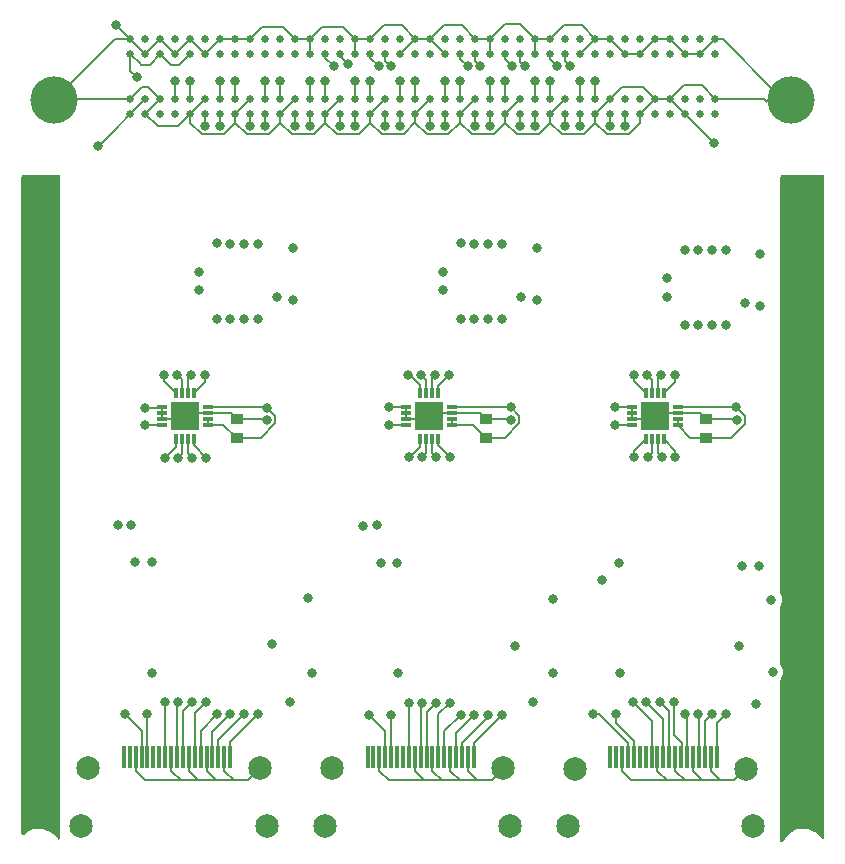
<source format=gbr>
G04 #@! TF.GenerationSoftware,KiCad,Pcbnew,(6.0.4-0)*
G04 #@! TF.CreationDate,2022-07-08T14:42:31+02:00*
G04 #@! TF.ProjectId,adapter_hybrid_assistor_hpc_3HDMI,61646170-7465-4725-9f68-79627269645f,rev?*
G04 #@! TF.SameCoordinates,Original*
G04 #@! TF.FileFunction,Copper,L1,Top*
G04 #@! TF.FilePolarity,Positive*
%FSLAX46Y46*%
G04 Gerber Fmt 4.6, Leading zero omitted, Abs format (unit mm)*
G04 Created by KiCad (PCBNEW (6.0.4-0)) date 2022-07-08 14:42:31*
%MOMM*%
%LPD*%
G01*
G04 APERTURE LIST*
G04 #@! TA.AperFunction,SMDPad,CuDef*
%ADD10R,1.000000X0.950000*%
G04 #@! TD*
G04 #@! TA.AperFunction,ComponentPad*
%ADD11C,4.000000*%
G04 #@! TD*
G04 #@! TA.AperFunction,SMDPad,CuDef*
%ADD12C,0.640000*%
G04 #@! TD*
G04 #@! TA.AperFunction,SMDPad,CuDef*
%ADD13R,0.300000X1.900000*%
G04 #@! TD*
G04 #@! TA.AperFunction,ComponentPad*
%ADD14C,1.995000*%
G04 #@! TD*
G04 #@! TA.AperFunction,SMDPad,CuDef*
%ADD15R,0.300000X0.850000*%
G04 #@! TD*
G04 #@! TA.AperFunction,SMDPad,CuDef*
%ADD16R,0.850000X0.300000*%
G04 #@! TD*
G04 #@! TA.AperFunction,SMDPad,CuDef*
%ADD17R,2.400000X2.400000*%
G04 #@! TD*
G04 #@! TA.AperFunction,ViaPad*
%ADD18C,0.800000*%
G04 #@! TD*
G04 #@! TA.AperFunction,Conductor*
%ADD19C,0.200000*%
G04 #@! TD*
G04 APERTURE END LIST*
D10*
X118740000Y-139080000D03*
X118740000Y-137480000D03*
X158450000Y-139030000D03*
X158450000Y-137430000D03*
D11*
X165683000Y-110458000D03*
D12*
X159263000Y-105288000D03*
X157993000Y-105288000D03*
X156723000Y-105288000D03*
X155443000Y-105288000D03*
X154173000Y-105288000D03*
X152903000Y-105288000D03*
X151633000Y-105288000D03*
X150373000Y-105288000D03*
X149103000Y-105288000D03*
X147833000Y-105288000D03*
X146553000Y-105288000D03*
X145283000Y-105288000D03*
X144023000Y-105288000D03*
X142753000Y-105288000D03*
X141483000Y-105288000D03*
X140203000Y-105288000D03*
X138943000Y-105288000D03*
X137663000Y-105288000D03*
X136403000Y-105288000D03*
X135133000Y-105288000D03*
X133853000Y-105288000D03*
X132583000Y-105288000D03*
X131323000Y-105288000D03*
X130043000Y-105288000D03*
X128783000Y-105288000D03*
X127503000Y-105288000D03*
X126233000Y-105288000D03*
X124963000Y-105288000D03*
X123703000Y-105288000D03*
X122433000Y-105288000D03*
X121153000Y-105288000D03*
X119883000Y-105288000D03*
X118613000Y-105288000D03*
X117353000Y-105288000D03*
X116083000Y-105288000D03*
X114813000Y-105288000D03*
X113543000Y-105288000D03*
X112263000Y-105288000D03*
X110993000Y-105288000D03*
X109723000Y-105288000D03*
X159263000Y-106548000D03*
X157993000Y-106548000D03*
X156723000Y-106548000D03*
X155443000Y-106548000D03*
X154173000Y-106548000D03*
X152903000Y-106548000D03*
X151633000Y-106548000D03*
X150373000Y-106548000D03*
X149103000Y-106548000D03*
X147833000Y-106548000D03*
X146553000Y-106548000D03*
X145283000Y-106548000D03*
X144023000Y-106548000D03*
X142753000Y-106548000D03*
X141483000Y-106548000D03*
X140203000Y-106548000D03*
X138943000Y-106548000D03*
X137663000Y-106548000D03*
X136403000Y-106548000D03*
X135133000Y-106548000D03*
X133873000Y-106548000D03*
X132583000Y-106548000D03*
X131323000Y-106548000D03*
X130043000Y-106548000D03*
X128783000Y-106548000D03*
X127503000Y-106548000D03*
X126233000Y-106548000D03*
X124963000Y-106548000D03*
X123703000Y-106548000D03*
X122433000Y-106548000D03*
X121153000Y-106548000D03*
X119883000Y-106548000D03*
X118613000Y-106548000D03*
X117353000Y-106548000D03*
X116083000Y-106548000D03*
X114813000Y-106548000D03*
X113543000Y-106548000D03*
X112263000Y-106548000D03*
X110993000Y-106548000D03*
X109723000Y-106548000D03*
X159263000Y-110368000D03*
X157993000Y-110368000D03*
X156723000Y-110368000D03*
X155443000Y-110368000D03*
X154173000Y-110368000D03*
X152903000Y-110368000D03*
X151633000Y-110368000D03*
X150373000Y-110368000D03*
X149103000Y-110368000D03*
X147833000Y-110368000D03*
X146553000Y-110368000D03*
X145283000Y-110368000D03*
X144023000Y-110368000D03*
X142753000Y-110368000D03*
X141483000Y-110368000D03*
X140203000Y-110368000D03*
X138943000Y-110368000D03*
X137663000Y-110368000D03*
X136403000Y-110368000D03*
X135133000Y-110368000D03*
X133853000Y-110368000D03*
X132583000Y-110368000D03*
X131323000Y-110368000D03*
X130043000Y-110368000D03*
X128783000Y-110368000D03*
X127503000Y-110368000D03*
X126233000Y-110368000D03*
X124963000Y-110368000D03*
X123703000Y-110368000D03*
X122433000Y-110368000D03*
X121153000Y-110368000D03*
X119883000Y-110368000D03*
X118613000Y-110368000D03*
X117353000Y-110368000D03*
X116083000Y-110368000D03*
X114813000Y-110368000D03*
X113543000Y-110368000D03*
X112263000Y-110368000D03*
X110993000Y-110368000D03*
X109723000Y-110368000D03*
D11*
X103303000Y-110458000D03*
D12*
X159263000Y-111628000D03*
X157993000Y-111628000D03*
X156723000Y-111628000D03*
X155443000Y-111628000D03*
X154173000Y-111628000D03*
X152903000Y-111628000D03*
X151633000Y-111628000D03*
X150373000Y-111628000D03*
X149103000Y-111628000D03*
X147833000Y-111628000D03*
X146553000Y-111628000D03*
X145283000Y-111628000D03*
X144023000Y-111628000D03*
X142753000Y-111628000D03*
X141483000Y-111628000D03*
X140203000Y-111628000D03*
X138943000Y-111628000D03*
X137663000Y-111628000D03*
X136403000Y-111628000D03*
X135133000Y-111628000D03*
X133873000Y-111628000D03*
X132583000Y-111628000D03*
X131323000Y-111628000D03*
X130043000Y-111628000D03*
X128783000Y-111628000D03*
X127503000Y-111628000D03*
X126233000Y-111628000D03*
X124963000Y-111628000D03*
X123703000Y-111628000D03*
X122433000Y-111628000D03*
X121153000Y-111628000D03*
X119883000Y-111628000D03*
X118613000Y-111628000D03*
X117353000Y-111628000D03*
X116083000Y-111628000D03*
X114813000Y-111628000D03*
X113543000Y-111628000D03*
X112263000Y-111628000D03*
X110993000Y-111628000D03*
X109723000Y-111628000D03*
D13*
X118189000Y-166050000D03*
X117689000Y-166050000D03*
X117189000Y-166050000D03*
X116689000Y-166050000D03*
X116189000Y-166050000D03*
X115689000Y-166050000D03*
X115189000Y-166050000D03*
X114689000Y-166050000D03*
X114189000Y-166050000D03*
X113689000Y-166050000D03*
X113189000Y-166050000D03*
X112689000Y-166050000D03*
X112189000Y-166050000D03*
X111689000Y-166050000D03*
X111189000Y-166050000D03*
X110689000Y-166050000D03*
X110189000Y-166050000D03*
X109689000Y-166050000D03*
X109189000Y-166050000D03*
D14*
X106189000Y-167050000D03*
X120689000Y-167050000D03*
X105589000Y-171950000D03*
X121289000Y-171950000D03*
D15*
X115090000Y-135260000D03*
X114590000Y-135260000D03*
X114090000Y-135260000D03*
X113590000Y-135260000D03*
D16*
X112390000Y-136460000D03*
X112390000Y-136960000D03*
X112390000Y-137460000D03*
X112390000Y-137960000D03*
D15*
X113590000Y-139160000D03*
X114090000Y-139160000D03*
X114590000Y-139160000D03*
X115090000Y-139160000D03*
D16*
X116290000Y-137960000D03*
X116290000Y-137460000D03*
X116290000Y-136960000D03*
X116290000Y-136460000D03*
D17*
X114340000Y-137210000D03*
D15*
X154900000Y-135270000D03*
X154400000Y-135270000D03*
X153900000Y-135270000D03*
X153400000Y-135270000D03*
D16*
X152200000Y-136470000D03*
X152200000Y-136970000D03*
X152200000Y-137470000D03*
X152200000Y-137970000D03*
D15*
X153400000Y-139170000D03*
X153900000Y-139170000D03*
X154400000Y-139170000D03*
X154900000Y-139170000D03*
D16*
X156100000Y-137970000D03*
X156100000Y-137470000D03*
X156100000Y-136970000D03*
X156100000Y-136470000D03*
D17*
X154150000Y-137220000D03*
D15*
X135770000Y-135270000D03*
X135270000Y-135270000D03*
X134770000Y-135270000D03*
X134270000Y-135270000D03*
D16*
X133070000Y-136470000D03*
X133070000Y-136970000D03*
X133070000Y-137470000D03*
X133070000Y-137970000D03*
D15*
X134270000Y-139170000D03*
X134770000Y-139170000D03*
X135270000Y-139170000D03*
X135770000Y-139170000D03*
D16*
X136970000Y-137970000D03*
X136970000Y-137470000D03*
X136970000Y-136970000D03*
X136970000Y-136470000D03*
D17*
X135020000Y-137220000D03*
D10*
X139830000Y-139030000D03*
X139830000Y-137430000D03*
D13*
X159369000Y-166060000D03*
X158869000Y-166060000D03*
X158369000Y-166060000D03*
X157869000Y-166060000D03*
X157369000Y-166060000D03*
X156869000Y-166060000D03*
X156369000Y-166060000D03*
X155869000Y-166060000D03*
X155369000Y-166060000D03*
X154869000Y-166060000D03*
X154369000Y-166060000D03*
X153869000Y-166060000D03*
X153369000Y-166060000D03*
X152869000Y-166060000D03*
X152369000Y-166060000D03*
X151869000Y-166060000D03*
X151369000Y-166060000D03*
X150869000Y-166060000D03*
X150369000Y-166060000D03*
D14*
X147369000Y-167060000D03*
X161869000Y-167060000D03*
X146769000Y-171960000D03*
X162469000Y-171960000D03*
D13*
X138819000Y-166050000D03*
X138319000Y-166050000D03*
X137819000Y-166050000D03*
X137319000Y-166050000D03*
X136819000Y-166050000D03*
X136319000Y-166050000D03*
X135819000Y-166050000D03*
X135319000Y-166050000D03*
X134819000Y-166050000D03*
X134319000Y-166050000D03*
X133819000Y-166050000D03*
X133319000Y-166050000D03*
X132819000Y-166050000D03*
X132319000Y-166050000D03*
X131819000Y-166050000D03*
X131319000Y-166050000D03*
X130819000Y-166050000D03*
X130319000Y-166050000D03*
X129819000Y-166050000D03*
D14*
X126819000Y-167050000D03*
X141319000Y-167050000D03*
X126219000Y-171950000D03*
X141919000Y-171950000D03*
D18*
X164120000Y-158870000D03*
X107030000Y-114310000D03*
X132370000Y-158974000D03*
X145510000Y-158974000D03*
X151170000Y-158974000D03*
X111580000Y-158974000D03*
X125146000Y-158974000D03*
X166040000Y-151100000D03*
X166040000Y-138400000D03*
X115550000Y-126570000D03*
X163090000Y-127880000D03*
X102540000Y-118080000D03*
X102540000Y-125700000D03*
X161090000Y-137530000D03*
X131670000Y-136470000D03*
X143800000Y-161460000D03*
X102540000Y-163800000D03*
X155150000Y-127090000D03*
X162680000Y-161630000D03*
X123490000Y-127360000D03*
X132330000Y-149630000D03*
X150790000Y-136470000D03*
X111540000Y-149560000D03*
X121320000Y-137550000D03*
X102540000Y-151100000D03*
X166040000Y-163800000D03*
X123220000Y-161420000D03*
X108509000Y-104110000D03*
X102540000Y-138400000D03*
X136200000Y-126570000D03*
X166040000Y-125700000D03*
X111020000Y-136490000D03*
X144140000Y-127360000D03*
X159182000Y-114087000D03*
X166040000Y-118080000D03*
X141970000Y-137530000D03*
X151110000Y-149620000D03*
X121290000Y-136500000D03*
X161280000Y-156720000D03*
X136230000Y-125040000D03*
X141940000Y-136480000D03*
X161790000Y-127630000D03*
X110280000Y-108530000D03*
X161060000Y-136480000D03*
X142330000Y-156690000D03*
X144140000Y-122970000D03*
X123490000Y-122970000D03*
X130960000Y-149630000D03*
X131660000Y-137960000D03*
X124750000Y-152650000D03*
X110170000Y-149560000D03*
X155180000Y-125560000D03*
X115580000Y-125040000D03*
X122190000Y-127110000D03*
X163090000Y-123490000D03*
X142840000Y-127110000D03*
X150780000Y-137960000D03*
X121770000Y-156500000D03*
X164000000Y-152760000D03*
X111010000Y-137980000D03*
X149640000Y-151090000D03*
X145540000Y-152720000D03*
X118190000Y-122610000D03*
X126230000Y-108800000D03*
X109830489Y-146399511D03*
X114810000Y-108810000D03*
X108689511Y-146410489D03*
X113540000Y-108810000D03*
X145280000Y-108800000D03*
X138840000Y-122610000D03*
X140020000Y-122620000D03*
X147830000Y-108800000D03*
X141180000Y-122630000D03*
X149100000Y-108800000D03*
X118610000Y-108800000D03*
X113720000Y-133740000D03*
X117350000Y-108800000D03*
X112590000Y-133750000D03*
X122440000Y-108800000D03*
X116060000Y-133740000D03*
X121150000Y-108800000D03*
X114900000Y-133750000D03*
X117060000Y-122600000D03*
X124960000Y-108800000D03*
X140210000Y-108800000D03*
X135550000Y-133730000D03*
X133240000Y-133730000D03*
X136400000Y-108800000D03*
X134370000Y-133720000D03*
X137670000Y-108800000D03*
X141480000Y-108800000D03*
X136710000Y-133720000D03*
X144030000Y-108800000D03*
X137710000Y-122600000D03*
X132590000Y-108800000D03*
X129479511Y-146480489D03*
X130620489Y-146469511D03*
X133860000Y-108800000D03*
X120530000Y-129010000D03*
X120530000Y-162460000D03*
X119370000Y-129020000D03*
X119370000Y-162460000D03*
X118190000Y-162460000D03*
X118190000Y-129010000D03*
X117060000Y-162470000D03*
X117060000Y-129020000D03*
X116120000Y-140720000D03*
X116120000Y-161450000D03*
X114960000Y-161450000D03*
X114960000Y-140730000D03*
X113780000Y-161450000D03*
X113780000Y-140720000D03*
X112650000Y-140730000D03*
X112650000Y-161460000D03*
X111190000Y-162450000D03*
X109260000Y-162450000D03*
X129910000Y-162490000D03*
X131840000Y-162490000D03*
X133300000Y-140710000D03*
X133300000Y-161500000D03*
X134430000Y-140700000D03*
X134430000Y-161490000D03*
X135610000Y-161490000D03*
X135610000Y-140710000D03*
X136770000Y-161490000D03*
X136770000Y-140700000D03*
X137710000Y-162510000D03*
X137710000Y-129020000D03*
X138840000Y-129010000D03*
X138840000Y-162500000D03*
X140020000Y-129020000D03*
X140020000Y-162500000D03*
X141180000Y-129010000D03*
X141180000Y-162500000D03*
X130040000Y-108800000D03*
X120530000Y-122630000D03*
X119370000Y-122620000D03*
X128780000Y-108800000D03*
X146990000Y-107610000D03*
X160130000Y-123150000D03*
X158970000Y-123140000D03*
X145880000Y-107610000D03*
X143140000Y-107610000D03*
X157790000Y-123130000D03*
X156660000Y-123120000D03*
X142080000Y-107610000D03*
X155830000Y-133720000D03*
X139370000Y-107610000D03*
X154670000Y-133730000D03*
X138300000Y-107610000D03*
X153490000Y-133720000D03*
X131780000Y-107610000D03*
X130750000Y-107610000D03*
X152360000Y-133730000D03*
X128160000Y-107390000D03*
X162950000Y-149910000D03*
X161500000Y-149880000D03*
X126970000Y-107610000D03*
X151640000Y-112640000D03*
X150370000Y-112640000D03*
X147830000Y-112640000D03*
X136400000Y-112640000D03*
X135130000Y-112640000D03*
X128780000Y-112640000D03*
X131320000Y-112640000D03*
X132590000Y-112640000D03*
X140210000Y-112640000D03*
X138940000Y-112640000D03*
X144020000Y-112640000D03*
X142750000Y-112640000D03*
X146560000Y-112640000D03*
X123700000Y-112640000D03*
X119890000Y-112640000D03*
X121160000Y-112640000D03*
X124970000Y-112640000D03*
X127510000Y-112640000D03*
X116080000Y-112640000D03*
X117350000Y-112640000D03*
X160130000Y-129530000D03*
X160160000Y-162440000D03*
X159000000Y-162440000D03*
X158970000Y-129540000D03*
X157790000Y-129530000D03*
X157820000Y-162440000D03*
X156660000Y-129540000D03*
X156690000Y-162450000D03*
X155750000Y-161430000D03*
X155890000Y-140700000D03*
X154590000Y-161430000D03*
X154730000Y-140710000D03*
X153410000Y-161430000D03*
X153550000Y-140700000D03*
X152280000Y-161440000D03*
X152420000Y-140710000D03*
X150820000Y-162430000D03*
X148890000Y-162430000D03*
D19*
X107051000Y-114310000D02*
X110993000Y-110368000D01*
X110983000Y-110368000D02*
X109723000Y-111628000D01*
X107030000Y-114310000D02*
X107051000Y-114310000D01*
X111242000Y-109347000D02*
X110744000Y-109347000D01*
X118613000Y-112367000D02*
X119585511Y-113339511D01*
X130063000Y-111628000D02*
X131323000Y-110368000D01*
X149113000Y-111628000D02*
X150373000Y-110368000D01*
X116987478Y-168047500D02*
X118642500Y-168047500D01*
X138842500Y-168047500D02*
X139607500Y-168047500D01*
X121250000Y-137480000D02*
X118740000Y-137480000D01*
X112055000Y-112690000D02*
X113751000Y-112690000D01*
X158287500Y-168057500D02*
X160157500Y-168057500D01*
X116093000Y-106548000D02*
X117353000Y-105288000D01*
X158869000Y-166060000D02*
X158869000Y-167259022D01*
X136659259Y-113370000D02*
X137663000Y-112366259D01*
X110987478Y-168047500D02*
X113987478Y-168047500D01*
X146431000Y-104140000D02*
X147955000Y-104140000D01*
X138923000Y-110368000D02*
X137663000Y-111628000D01*
X142748000Y-104013000D02*
X141478000Y-104013000D01*
X133070000Y-136470000D02*
X133070000Y-136970000D01*
X131617478Y-168047500D02*
X135017500Y-168047500D01*
X138636252Y-113339511D02*
X140520489Y-113339511D01*
X136707500Y-168047500D02*
X138842500Y-168047500D01*
X120904000Y-104267000D02*
X119883000Y-105288000D01*
X112390000Y-136460000D02*
X112390000Y-137460000D01*
X151369000Y-167259022D02*
X152167478Y-168057500D01*
X134617478Y-168047500D02*
X135017500Y-168047500D01*
X138319000Y-166050000D02*
X138319000Y-167249022D01*
X139607500Y-168047500D02*
X140321500Y-168047500D01*
X159263000Y-110368000D02*
X158115000Y-109220000D01*
X159263000Y-110368000D02*
X163408000Y-110368000D01*
X113189000Y-167249022D02*
X113987478Y-168047500D01*
X137663000Y-112366259D02*
X137663000Y-111628000D01*
X149103000Y-112362259D02*
X150080252Y-113339511D01*
X152200000Y-137470000D02*
X153900000Y-137470000D01*
X111020000Y-136490000D02*
X112360000Y-136490000D01*
X156703000Y-106548000D02*
X157993000Y-106548000D01*
X154369000Y-166060000D02*
X154369000Y-167259022D01*
X121449748Y-113339511D02*
X122433000Y-112356259D01*
X113751000Y-112690000D02*
X114813000Y-111628000D01*
X112390000Y-137460000D02*
X114090000Y-137460000D01*
X159905324Y-105288000D02*
X164353048Y-109735724D01*
X117353000Y-105288000D02*
X118613000Y-105288000D01*
X142445511Y-113339511D02*
X144309748Y-113339511D01*
X110189000Y-167249022D02*
X110987478Y-168047500D01*
X118220000Y-136960000D02*
X118740000Y-137480000D01*
X150373000Y-105288000D02*
X151633000Y-106548000D01*
X160990000Y-137430000D02*
X158450000Y-137430000D01*
X118487478Y-168047500D02*
X118642500Y-168047500D01*
X163408000Y-110368000D02*
X163627000Y-110587000D01*
X115487478Y-168047500D02*
X116987478Y-168047500D01*
X152200000Y-136470000D02*
X152200000Y-137470000D01*
X122443000Y-111628000D02*
X123703000Y-110368000D01*
X109723000Y-105288000D02*
X109403001Y-104968001D01*
X151633000Y-106548000D02*
X152903000Y-106548000D01*
X133873000Y-112346259D02*
X133873000Y-111628000D01*
X138319000Y-167249022D02*
X139117478Y-168047500D01*
X110744000Y-109347000D02*
X109723000Y-110368000D01*
X136970000Y-136970000D02*
X135270000Y-136970000D01*
X145283000Y-105288000D02*
X146431000Y-104140000D01*
X133873000Y-112372259D02*
X134870741Y-113370000D01*
X118613000Y-112367000D02*
X118613000Y-111628000D01*
X150373000Y-110368000D02*
X151361000Y-109380000D01*
X133070000Y-136970000D02*
X133070000Y-137470000D01*
X158167478Y-168057500D02*
X158287500Y-168057500D01*
X129080489Y-113339511D02*
X130043000Y-112377000D01*
X153185000Y-109380000D02*
X154173000Y-110368000D01*
X132879748Y-113339511D02*
X133873000Y-112346259D01*
X133819000Y-167249022D02*
X134617478Y-168047500D01*
X151361000Y-109380000D02*
X153185000Y-109380000D01*
X122433000Y-112356259D02*
X122433000Y-111628000D01*
X126233000Y-112377000D02*
X126233000Y-111628000D01*
X115790252Y-113339511D02*
X117640489Y-113339511D01*
X160157500Y-168057500D02*
X160871500Y-168057500D01*
X149103000Y-112356259D02*
X149103000Y-112362259D01*
X157369000Y-167259022D02*
X158167478Y-168057500D01*
X116290000Y-136960000D02*
X114590000Y-136960000D01*
X124963000Y-105288000D02*
X124963000Y-106548000D01*
X125270489Y-113339511D02*
X126233000Y-112377000D01*
X110189000Y-166050000D02*
X110189000Y-167249022D01*
X158115000Y-109220000D02*
X156591000Y-109220000D01*
X133853000Y-105288000D02*
X132705000Y-104140000D01*
X119585511Y-113339511D02*
X121449748Y-113339511D01*
X117689000Y-167249022D02*
X118487478Y-168047500D01*
X144023000Y-105288000D02*
X145283000Y-105288000D01*
X114813000Y-112362259D02*
X115790252Y-113339511D01*
X112283000Y-105288000D02*
X113543000Y-106548000D01*
X123410252Y-113339511D02*
X125270489Y-113339511D01*
X139370000Y-136970000D02*
X139830000Y-137430000D01*
X135143000Y-105288000D02*
X136403000Y-106548000D01*
X114689000Y-166050000D02*
X114689000Y-167249022D01*
X141970000Y-137530000D02*
X141870000Y-137430000D01*
X154163000Y-105288000D02*
X155443000Y-105288000D01*
X149093000Y-105288000D02*
X147833000Y-106548000D01*
X109403001Y-104968001D02*
X109367001Y-104968001D01*
X160871500Y-168057500D02*
X161869000Y-167060000D01*
X111003000Y-111628000D02*
X112263000Y-110368000D01*
X144023000Y-105288000D02*
X144023000Y-106548000D01*
X136819000Y-167249022D02*
X137617478Y-168047500D01*
X136819000Y-166050000D02*
X136819000Y-167249022D01*
X116290000Y-136960000D02*
X118220000Y-136960000D01*
X154163000Y-110368000D02*
X152903000Y-111628000D01*
X152903000Y-112367000D02*
X152903000Y-111628000D01*
X109367001Y-104968001D02*
X108509000Y-104110000D01*
X113553000Y-106548000D02*
X114813000Y-105288000D01*
X130819000Y-166050000D02*
X130819000Y-167249022D01*
X109733000Y-105288000D02*
X110993000Y-106548000D01*
X114813000Y-111628000D02*
X114813000Y-112362259D01*
X156703000Y-111628000D02*
X155443000Y-110368000D01*
X156723000Y-111628000D02*
X159182000Y-114087000D01*
X156100000Y-136970000D02*
X154400000Y-136970000D01*
X123703000Y-105288000D02*
X124963000Y-105288000D01*
X146543000Y-110368000D02*
X145283000Y-111628000D01*
X151930489Y-113339511D02*
X152903000Y-112367000D01*
X158450000Y-137430000D02*
X157990000Y-136970000D01*
X113987478Y-168047500D02*
X115487478Y-168047500D01*
X157369000Y-166060000D02*
X157369000Y-167259022D01*
X118613000Y-105288000D02*
X119883000Y-105288000D01*
X145283000Y-112366259D02*
X146256252Y-113339511D01*
X157990000Y-136970000D02*
X156100000Y-136970000D01*
X148119748Y-113339511D02*
X149103000Y-112356259D01*
X112263000Y-110368000D02*
X111242000Y-109347000D01*
X133873000Y-111628000D02*
X135133000Y-110368000D01*
X114823000Y-105288000D02*
X116083000Y-106548000D01*
X132593000Y-106548000D02*
X133853000Y-105288000D01*
X156591000Y-109220000D02*
X155443000Y-110368000D01*
X128783000Y-105288000D02*
X127762000Y-104267000D01*
X109723000Y-110368000D02*
X104954178Y-110368000D01*
X156667478Y-168057500D02*
X158287500Y-168057500D01*
X141478000Y-104013000D02*
X140203000Y-105288000D01*
X122433000Y-112362259D02*
X123410252Y-113339511D01*
X140520489Y-113339511D02*
X141483000Y-112377000D01*
X141870000Y-137430000D02*
X139830000Y-137430000D01*
X159667478Y-168057500D02*
X160157500Y-168057500D01*
X149103000Y-105288000D02*
X150373000Y-105288000D01*
X110993000Y-111628000D02*
X112055000Y-112690000D01*
X137663000Y-112366259D02*
X138636252Y-113339511D01*
X108473000Y-105288000D02*
X109723000Y-105288000D01*
X141483000Y-112377000D02*
X141483000Y-111628000D01*
X144309748Y-113339511D02*
X145283000Y-112366259D01*
X138943000Y-105288000D02*
X137795000Y-104140000D01*
X142743000Y-110368000D02*
X141483000Y-111628000D01*
X136281000Y-104140000D02*
X135133000Y-105288000D01*
X130043000Y-112377000D02*
X131005511Y-113339511D01*
X117689000Y-166050000D02*
X117689000Y-167249022D01*
X155443000Y-110368000D02*
X154173000Y-110368000D01*
X118642500Y-168047500D02*
X119691500Y-168047500D01*
X146256252Y-113339511D02*
X148119748Y-113339511D01*
X128783000Y-105288000D02*
X130043000Y-105288000D01*
X131191000Y-104140000D02*
X130043000Y-105288000D01*
X125984000Y-104267000D02*
X124963000Y-105288000D01*
X108473000Y-105288000D02*
X104463355Y-109297645D01*
X144023000Y-105288000D02*
X142748000Y-104013000D01*
X135319000Y-166050000D02*
X135319000Y-167249022D01*
X133853000Y-105288000D02*
X135133000Y-105288000D01*
X131005511Y-113339511D02*
X132879748Y-113339511D01*
X155167478Y-168057500D02*
X156667478Y-168057500D01*
X140203000Y-105288000D02*
X140203000Y-106548000D01*
X161090000Y-137530000D02*
X160990000Y-137430000D01*
X128783000Y-105288000D02*
X128783000Y-106548000D01*
X133070000Y-137470000D02*
X134770000Y-137470000D01*
X152903000Y-106548000D02*
X154163000Y-105288000D01*
X158003000Y-106548000D02*
X159263000Y-105288000D01*
X138943000Y-105288000D02*
X140203000Y-105288000D01*
X118623000Y-111628000D02*
X119883000Y-110368000D01*
X111003000Y-106548000D02*
X112263000Y-105288000D01*
X135319000Y-167249022D02*
X136117478Y-168047500D01*
X155869000Y-167259022D02*
X156667478Y-168057500D01*
X126233000Y-112377000D02*
X127195511Y-113339511D01*
X136970000Y-136970000D02*
X139370000Y-136970000D01*
X140321500Y-168047500D02*
X141319000Y-167050000D01*
X151369000Y-166060000D02*
X151369000Y-167259022D01*
X114823000Y-111628000D02*
X116083000Y-110368000D01*
X122433000Y-112356259D02*
X122433000Y-112362259D01*
X132705000Y-104140000D02*
X131191000Y-104140000D01*
X136117478Y-168047500D02*
X136707500Y-168047500D01*
X123703000Y-105288000D02*
X122682000Y-104267000D01*
X127762000Y-104267000D02*
X125984000Y-104267000D01*
X119691500Y-168047500D02*
X120689000Y-167050000D01*
X152167478Y-168057500D02*
X155167478Y-168057500D01*
X155869000Y-166060000D02*
X155869000Y-167259022D01*
X158869000Y-167259022D02*
X159667478Y-168057500D01*
X126243000Y-111628000D02*
X127503000Y-110368000D01*
X137617478Y-168047500D02*
X138842500Y-168047500D01*
X122682000Y-104267000D02*
X120904000Y-104267000D01*
X137795000Y-104140000D02*
X136281000Y-104140000D01*
X154369000Y-167259022D02*
X155167478Y-168057500D01*
X134870741Y-113370000D02*
X136659259Y-113370000D01*
X127195511Y-113339511D02*
X129080489Y-113339511D01*
X121320000Y-137550000D02*
X121250000Y-137480000D01*
X116189000Y-166050000D02*
X116189000Y-167249022D01*
X135017500Y-168047500D02*
X136707500Y-168047500D01*
X150080252Y-113339511D02*
X151930489Y-113339511D01*
X139117478Y-168047500D02*
X139607500Y-168047500D01*
X150790000Y-136470000D02*
X152200000Y-136470000D01*
X155443000Y-105288000D02*
X156703000Y-106548000D01*
X116189000Y-167249022D02*
X116987478Y-168047500D01*
X159263000Y-105288000D02*
X159905324Y-105288000D01*
X114689000Y-167249022D02*
X115487478Y-168047500D01*
X141483000Y-112377000D02*
X142445511Y-113339511D01*
X149103000Y-112356259D02*
X149103000Y-111628000D01*
X133819000Y-166050000D02*
X133819000Y-167249022D01*
X113189000Y-166050000D02*
X113189000Y-167249022D01*
X130043000Y-112377000D02*
X130043000Y-111628000D01*
X133873000Y-112346259D02*
X133873000Y-112372259D01*
X147955000Y-104140000D02*
X149103000Y-105288000D01*
X117640489Y-113339511D02*
X118613000Y-112367000D01*
X145283000Y-112366259D02*
X145283000Y-111628000D01*
X131670000Y-136470000D02*
X133070000Y-136470000D01*
X130819000Y-167249022D02*
X131617478Y-168047500D01*
X116290000Y-137960000D02*
X117620000Y-137960000D01*
X111361000Y-107450000D02*
X110620000Y-107450000D01*
X117620000Y-137960000D02*
X118740000Y-139080000D01*
X142669511Y-137819748D02*
X141459259Y-139030000D01*
X156100000Y-137970000D02*
X156100000Y-137470000D01*
X122019511Y-137229511D02*
X122019511Y-137839748D01*
X113215000Y-107500000D02*
X113861000Y-107500000D01*
X116290000Y-136460000D02*
X121250000Y-136460000D01*
X142669511Y-137209511D02*
X142669511Y-137819748D01*
X157160000Y-139030000D02*
X156100000Y-137970000D01*
X111010000Y-137980000D02*
X112370000Y-137980000D01*
X136970000Y-137970000D02*
X138770000Y-137970000D01*
X141930000Y-136470000D02*
X141940000Y-136480000D01*
X113861000Y-107500000D02*
X114813000Y-106548000D01*
X161060000Y-136480000D02*
X161050000Y-136470000D01*
X112263000Y-106548000D02*
X113215000Y-107500000D01*
X161789511Y-137850489D02*
X160610000Y-139030000D01*
X136970000Y-137470000D02*
X136970000Y-137970000D01*
X121290000Y-136500000D02*
X122019511Y-137229511D01*
X110620000Y-107445000D02*
X109723000Y-106548000D01*
X122019511Y-137839748D02*
X120779259Y-139080000D01*
X150780000Y-137960000D02*
X152190000Y-137960000D01*
X161050000Y-136470000D02*
X156100000Y-136470000D01*
X110620000Y-107450000D02*
X110620000Y-107445000D01*
X158450000Y-139030000D02*
X157160000Y-139030000D01*
X138770000Y-137970000D02*
X139830000Y-139030000D01*
X131670000Y-137970000D02*
X131660000Y-137960000D01*
X141459259Y-139030000D02*
X139830000Y-139030000D01*
X120779259Y-139080000D02*
X118740000Y-139080000D01*
X161060000Y-136480000D02*
X161789511Y-137209511D01*
X160610000Y-139030000D02*
X158450000Y-139030000D01*
X109723000Y-107973000D02*
X109723000Y-106548000D01*
X133070000Y-137970000D02*
X131670000Y-137970000D01*
X121250000Y-136460000D02*
X121290000Y-136500000D01*
X112263000Y-106548000D02*
X111361000Y-107450000D01*
X141940000Y-136480000D02*
X142669511Y-137209511D01*
X116290000Y-137460000D02*
X116290000Y-137960000D01*
X110280000Y-108530000D02*
X109723000Y-107973000D01*
X136970000Y-136470000D02*
X141930000Y-136470000D01*
X161789511Y-137209511D02*
X161789511Y-137850489D01*
X126230000Y-108800000D02*
X126230000Y-110365000D01*
X114810000Y-108810000D02*
X114810000Y-110365000D01*
X113540000Y-108810000D02*
X113540000Y-110365000D01*
X145280000Y-108800000D02*
X145280000Y-110365000D01*
X147833000Y-108803000D02*
X147830000Y-108800000D01*
X147833000Y-110368000D02*
X147833000Y-108803000D01*
X149103000Y-110368000D02*
X149103000Y-108803000D01*
X149103000Y-108803000D02*
X149100000Y-108800000D01*
X113720000Y-133740000D02*
X114090000Y-134110000D01*
X114090000Y-134110000D02*
X114090000Y-135260000D01*
X118610000Y-108800000D02*
X118610000Y-110365000D01*
X117350000Y-108800000D02*
X117350000Y-110365000D01*
X112590000Y-133750000D02*
X112590000Y-134260000D01*
X112590000Y-134260000D02*
X113590000Y-135260000D01*
X116060000Y-133740000D02*
X116060000Y-134290000D01*
X122440000Y-108800000D02*
X122440000Y-110361000D01*
X116060000Y-134290000D02*
X115090000Y-135260000D01*
X121150000Y-108800000D02*
X121150000Y-110365000D01*
X114590000Y-134060000D02*
X114590000Y-135260000D01*
X114900000Y-133750000D02*
X114590000Y-134060000D01*
X124960000Y-108800000D02*
X124960000Y-110365000D01*
X140210000Y-108800000D02*
X140210000Y-110361000D01*
X135550000Y-133730000D02*
X135270000Y-134010000D01*
X135270000Y-134010000D02*
X135270000Y-135270000D01*
X133390741Y-133730000D02*
X134270000Y-134609259D01*
X134270000Y-134609259D02*
X134270000Y-135270000D01*
X136400000Y-108800000D02*
X136400000Y-110365000D01*
X133240000Y-133730000D02*
X133390741Y-133730000D01*
X137670000Y-108800000D02*
X137670000Y-110361000D01*
X134370000Y-133720000D02*
X134770000Y-134120000D01*
X134770000Y-134120000D02*
X134770000Y-135270000D01*
X141480000Y-108800000D02*
X141480000Y-110365000D01*
X135770000Y-135270000D02*
X135770000Y-134660000D01*
X135770000Y-134660000D02*
X136710000Y-133720000D01*
X144030000Y-108800000D02*
X144030000Y-110361000D01*
X132590000Y-108800000D02*
X132590000Y-110361000D01*
X133860000Y-108800000D02*
X133860000Y-110361000D01*
X118189000Y-164801000D02*
X118189000Y-166050000D01*
X120530000Y-162460000D02*
X118189000Y-164801000D01*
X119370000Y-162460000D02*
X117189000Y-164641000D01*
X117189000Y-164641000D02*
X117189000Y-166050000D01*
X116689000Y-163961000D02*
X116689000Y-166050000D01*
X118190000Y-162460000D02*
X116689000Y-163961000D01*
X115689000Y-163841000D02*
X115689000Y-166050000D01*
X117060000Y-162470000D02*
X115689000Y-163841000D01*
X116120000Y-161450000D02*
X115189000Y-162381000D01*
X115090000Y-139690000D02*
X116120000Y-140720000D01*
X115090000Y-139160000D02*
X115090000Y-139690000D01*
X115189000Y-162381000D02*
X115189000Y-166050000D01*
X114590000Y-140360000D02*
X114960000Y-140730000D01*
X114189000Y-162221000D02*
X114189000Y-166050000D01*
X114960000Y-161450000D02*
X114189000Y-162221000D01*
X114590000Y-139160000D02*
X114590000Y-140360000D01*
X114090000Y-140410000D02*
X113780000Y-140720000D01*
X113780000Y-161450000D02*
X113689000Y-161541000D01*
X114090000Y-139160000D02*
X114090000Y-140410000D01*
X113689000Y-161541000D02*
X113689000Y-166050000D01*
X113590000Y-139160000D02*
X113590000Y-139790000D01*
X112689000Y-161499000D02*
X112689000Y-166050000D01*
X112650000Y-161460000D02*
X112689000Y-161499000D01*
X113590000Y-139790000D02*
X112650000Y-140730000D01*
X111189000Y-164741000D02*
X111189000Y-166050000D01*
X111190000Y-164740000D02*
X111189000Y-164741000D01*
X111190000Y-162450000D02*
X111190000Y-164740000D01*
X109260000Y-162450000D02*
X110689000Y-163879000D01*
X110689000Y-163879000D02*
X110689000Y-166050000D01*
X129910000Y-162490000D02*
X131319000Y-163899000D01*
X131319000Y-163899000D02*
X131319000Y-166050000D01*
X131840000Y-162490000D02*
X131819000Y-162511000D01*
X131819000Y-162511000D02*
X131819000Y-166050000D01*
X133319000Y-161519000D02*
X133319000Y-166050000D01*
X134270000Y-139870741D02*
X134270000Y-139170000D01*
X133300000Y-140710000D02*
X133430741Y-140710000D01*
X133300000Y-161500000D02*
X133319000Y-161519000D01*
X133430741Y-140710000D02*
X134270000Y-139870741D01*
X134319000Y-161601000D02*
X134319000Y-166050000D01*
X134430000Y-161490000D02*
X134319000Y-161601000D01*
X134770000Y-140360000D02*
X134770000Y-139170000D01*
X134430000Y-140700000D02*
X134770000Y-140360000D01*
X135270000Y-140370000D02*
X135610000Y-140710000D01*
X134819000Y-162281000D02*
X134819000Y-166050000D01*
X135610000Y-161490000D02*
X134819000Y-162281000D01*
X135270000Y-139170000D02*
X135270000Y-140370000D01*
X135770000Y-139170000D02*
X135770000Y-139700000D01*
X135790000Y-162470000D02*
X136770000Y-161490000D01*
X135790000Y-166021000D02*
X135790000Y-162470000D01*
X135770000Y-139700000D02*
X136770000Y-140700000D01*
X136319000Y-163901000D02*
X136319000Y-166050000D01*
X137710000Y-162510000D02*
X136319000Y-163901000D01*
X137319000Y-164021000D02*
X137319000Y-166050000D01*
X138840000Y-162500000D02*
X137319000Y-164021000D01*
X140020000Y-162649978D02*
X140020000Y-162500000D01*
X137819000Y-164850978D02*
X140020000Y-162649978D01*
X137819000Y-166050000D02*
X137819000Y-164850978D01*
X138819000Y-166050000D02*
X138819000Y-164861000D01*
X138819000Y-164861000D02*
X141180000Y-162500000D01*
X130040000Y-108800000D02*
X130040000Y-110365000D01*
X128780000Y-108800000D02*
X128780000Y-110365000D01*
X146553000Y-106548000D02*
X146553000Y-107173000D01*
X146553000Y-107173000D02*
X146990000Y-107610000D01*
X145283000Y-107013000D02*
X145880000Y-107610000D01*
X145283000Y-106548000D02*
X145283000Y-107013000D01*
X142753000Y-106548000D02*
X142753000Y-107223000D01*
X142753000Y-107223000D02*
X143140000Y-107610000D01*
X141483000Y-107013000D02*
X142080000Y-107610000D01*
X141483000Y-106548000D02*
X141483000Y-107013000D01*
X155830000Y-133720000D02*
X155830000Y-134340000D01*
X155830000Y-134340000D02*
X154900000Y-135270000D01*
X138943000Y-107183000D02*
X139370000Y-107610000D01*
X138943000Y-106548000D02*
X138943000Y-107183000D01*
X154670000Y-133730000D02*
X154400000Y-134000000D01*
X137663000Y-106548000D02*
X137663000Y-106973000D01*
X137663000Y-106973000D02*
X138300000Y-107610000D01*
X154400000Y-134000000D02*
X154400000Y-135270000D01*
X153900000Y-134130000D02*
X153900000Y-135270000D01*
X153490000Y-133720000D02*
X153900000Y-134130000D01*
X131323000Y-106548000D02*
X131323000Y-107153000D01*
X131323000Y-107153000D02*
X131780000Y-107610000D01*
X152360000Y-134230000D02*
X153400000Y-135270000D01*
X152360000Y-133730000D02*
X152360000Y-134230000D01*
X130043000Y-106903000D02*
X130750000Y-107610000D01*
X130043000Y-106548000D02*
X130043000Y-106903000D01*
X127503000Y-106733000D02*
X128160000Y-107390000D01*
X126233000Y-106548000D02*
X126233000Y-106873000D01*
X126233000Y-106873000D02*
X126970000Y-107610000D01*
X151633000Y-112633000D02*
X151640000Y-112640000D01*
X151633000Y-111628000D02*
X151633000Y-112633000D01*
X150373000Y-111628000D02*
X150373000Y-112637000D01*
X150373000Y-112637000D02*
X150370000Y-112640000D01*
X147833000Y-111628000D02*
X147833000Y-112637000D01*
X147833000Y-112637000D02*
X147830000Y-112640000D01*
X136403000Y-111628000D02*
X136403000Y-112637000D01*
X136403000Y-112637000D02*
X136400000Y-112640000D01*
X135133000Y-111628000D02*
X135133000Y-112637000D01*
X135133000Y-112637000D02*
X135130000Y-112640000D01*
X128783000Y-112637000D02*
X128780000Y-112640000D01*
X128783000Y-111628000D02*
X128783000Y-112637000D01*
X131323000Y-111628000D02*
X131323000Y-112637000D01*
X131323000Y-112637000D02*
X131320000Y-112640000D01*
X132583000Y-111628000D02*
X132583000Y-112633000D01*
X132583000Y-112633000D02*
X132590000Y-112640000D01*
X140203000Y-112633000D02*
X140210000Y-112640000D01*
X140203000Y-111628000D02*
X140203000Y-112633000D01*
X138943000Y-111628000D02*
X138943000Y-112637000D01*
X138943000Y-112637000D02*
X138940000Y-112640000D01*
X144023000Y-111628000D02*
X144023000Y-112637000D01*
X144023000Y-112637000D02*
X144020000Y-112640000D01*
X142753000Y-112637000D02*
X142750000Y-112640000D01*
X142753000Y-111628000D02*
X142753000Y-112637000D01*
X146553000Y-111628000D02*
X146553000Y-112633000D01*
X146553000Y-112633000D02*
X146560000Y-112640000D01*
X123703000Y-111628000D02*
X123703000Y-112637000D01*
X123703000Y-112637000D02*
X123700000Y-112640000D01*
X119883000Y-112633000D02*
X119890000Y-112640000D01*
X119883000Y-111628000D02*
X119883000Y-112633000D01*
X121153000Y-111628000D02*
X121153000Y-112633000D01*
X121153000Y-112633000D02*
X121160000Y-112640000D01*
X124963000Y-112633000D02*
X124970000Y-112640000D01*
X124963000Y-111628000D02*
X124963000Y-112633000D01*
X127503000Y-112633000D02*
X127510000Y-112640000D01*
X127503000Y-111628000D02*
X127503000Y-112633000D01*
X116083000Y-111628000D02*
X116083000Y-112637000D01*
X116083000Y-112637000D02*
X116080000Y-112640000D01*
X117353000Y-111628000D02*
X117353000Y-112637000D01*
X117353000Y-112637000D02*
X117350000Y-112640000D01*
X159369000Y-163231000D02*
X160160000Y-162440000D01*
X159369000Y-166060000D02*
X159369000Y-163231000D01*
X159000000Y-162440000D02*
X158369000Y-163071000D01*
X158369000Y-163071000D02*
X158369000Y-166060000D01*
X157869000Y-162489000D02*
X157820000Y-162440000D01*
X157869000Y-166060000D02*
X157869000Y-162489000D01*
X156869000Y-166060000D02*
X156869000Y-162629000D01*
X156869000Y-162629000D02*
X156690000Y-162450000D01*
X155890000Y-140160000D02*
X154900000Y-139170000D01*
X155750000Y-161430000D02*
X155750000Y-164241978D01*
X156419489Y-164911467D02*
X156419489Y-166009511D01*
X155890000Y-140700000D02*
X155890000Y-140160000D01*
X155750000Y-164241978D02*
X156419489Y-164911467D01*
X155318511Y-162158511D02*
X155318511Y-166009511D01*
X154730000Y-140710000D02*
X154400000Y-140380000D01*
X154400000Y-140380000D02*
X154400000Y-139170000D01*
X154590000Y-161430000D02*
X155318511Y-162158511D01*
X153900000Y-140350000D02*
X153900000Y-139170000D01*
X153550000Y-140700000D02*
X153900000Y-140350000D01*
X154869000Y-162889000D02*
X154869000Y-166060000D01*
X153410000Y-161430000D02*
X154869000Y-162889000D01*
X152420000Y-140710000D02*
X152420000Y-140150000D01*
X152420000Y-140150000D02*
X153400000Y-139170000D01*
X153869000Y-163029000D02*
X153869000Y-166060000D01*
X152280000Y-161440000D02*
X153869000Y-163029000D01*
X150820000Y-163210000D02*
X152369000Y-164759000D01*
X150820000Y-162430000D02*
X150820000Y-163210000D01*
X152369000Y-164759000D02*
X152369000Y-166060000D01*
X148890000Y-162430000D02*
X149438022Y-162430000D01*
X149438022Y-162430000D02*
X151869000Y-164860978D01*
X151869000Y-164860978D02*
X151869000Y-166060000D01*
G04 #@! TA.AperFunction,Conductor*
G36*
X168433621Y-116830002D02*
G01*
X168480114Y-116883658D01*
X168491500Y-116936000D01*
X168491500Y-172914521D01*
X168471498Y-172982642D01*
X168417842Y-173029135D01*
X168347568Y-173039239D01*
X168282988Y-173009745D01*
X168264149Y-172989380D01*
X168119477Y-172793510D01*
X168116824Y-172789918D01*
X167932187Y-172602358D01*
X167928647Y-172599657D01*
X167928641Y-172599651D01*
X167726506Y-172445386D01*
X167726502Y-172445383D01*
X167722965Y-172442684D01*
X167493332Y-172314084D01*
X167247870Y-172219122D01*
X167243545Y-172218119D01*
X167243540Y-172218118D01*
X167102794Y-172185495D01*
X166991476Y-172159693D01*
X166729267Y-172136983D01*
X166724832Y-172137227D01*
X166724828Y-172137227D01*
X166470916Y-172151200D01*
X166470909Y-172151201D01*
X166466473Y-172151445D01*
X166338369Y-172176927D01*
X166212711Y-172201921D01*
X166212706Y-172201922D01*
X166208339Y-172202791D01*
X166204136Y-172204267D01*
X165964223Y-172288518D01*
X165964220Y-172288519D01*
X165960015Y-172289996D01*
X165956062Y-172292049D01*
X165956056Y-172292052D01*
X165824615Y-172360331D01*
X165726456Y-172411321D01*
X165722841Y-172413904D01*
X165722835Y-172413908D01*
X165619585Y-172487692D01*
X165512322Y-172564344D01*
X165509095Y-172567422D01*
X165509093Y-172567424D01*
X165475311Y-172599651D01*
X165321885Y-172746011D01*
X165158945Y-172952700D01*
X165137640Y-172989380D01*
X165028987Y-173176438D01*
X165028984Y-173176444D01*
X165026753Y-173180285D01*
X165025083Y-173184408D01*
X165012784Y-173214773D01*
X164968672Y-173270402D01*
X164901486Y-173293352D01*
X164832559Y-173276335D01*
X164783774Y-173224754D01*
X164770000Y-173167471D01*
X164770000Y-159554199D01*
X164790002Y-159486078D01*
X164802358Y-159469896D01*
X164859040Y-159406944D01*
X164954527Y-159241556D01*
X165013542Y-159059928D01*
X165033504Y-158870000D01*
X165013542Y-158680072D01*
X164954527Y-158498444D01*
X164859040Y-158333056D01*
X164802363Y-158270110D01*
X164771647Y-158206104D01*
X164770000Y-158185801D01*
X164770000Y-153277081D01*
X164786881Y-153214081D01*
X164831223Y-153137279D01*
X164831224Y-153137278D01*
X164834527Y-153131556D01*
X164893542Y-152949928D01*
X164913504Y-152760000D01*
X164893542Y-152570072D01*
X164834527Y-152388444D01*
X164786881Y-152305919D01*
X164770000Y-152242919D01*
X164770000Y-116936000D01*
X164790002Y-116867879D01*
X164843658Y-116821386D01*
X164896000Y-116810000D01*
X168365500Y-116810000D01*
X168433621Y-116830002D01*
G37*
G04 #@! TD.AperFunction*
G04 #@! TA.AperFunction,Conductor*
G36*
X103752121Y-116830002D02*
G01*
X103798614Y-116883658D01*
X103810000Y-116936000D01*
X103810000Y-172941666D01*
X103789998Y-173009787D01*
X103736342Y-173056280D01*
X103666068Y-173066384D01*
X103601488Y-173036890D01*
X103577616Y-173009182D01*
X103575308Y-173005545D01*
X103573191Y-173001622D01*
X103416824Y-172789918D01*
X103232187Y-172602358D01*
X103228647Y-172599657D01*
X103228641Y-172599651D01*
X103026506Y-172445386D01*
X103026502Y-172445383D01*
X103022965Y-172442684D01*
X102793332Y-172314084D01*
X102547870Y-172219122D01*
X102543545Y-172218119D01*
X102543540Y-172218118D01*
X102402794Y-172185495D01*
X102291476Y-172159693D01*
X102029267Y-172136983D01*
X102024832Y-172137227D01*
X102024828Y-172137227D01*
X101770916Y-172151200D01*
X101770909Y-172151201D01*
X101766473Y-172151445D01*
X101638369Y-172176927D01*
X101512711Y-172201921D01*
X101512706Y-172201922D01*
X101508339Y-172202791D01*
X101504136Y-172204267D01*
X101264223Y-172288518D01*
X101264220Y-172288519D01*
X101260015Y-172289996D01*
X101256062Y-172292049D01*
X101256056Y-172292052D01*
X101124615Y-172360331D01*
X101026456Y-172411321D01*
X101022841Y-172413904D01*
X101022835Y-172413908D01*
X100919585Y-172487692D01*
X100812322Y-172564344D01*
X100809095Y-172567422D01*
X100809093Y-172567424D01*
X100721471Y-172651011D01*
X100658375Y-172683558D01*
X100587698Y-172676826D01*
X100531881Y-172632952D01*
X100508500Y-172559841D01*
X100508500Y-116936000D01*
X100528502Y-116867879D01*
X100582158Y-116821386D01*
X100634500Y-116810000D01*
X103684000Y-116810000D01*
X103752121Y-116830002D01*
G37*
G04 #@! TD.AperFunction*
M02*

</source>
